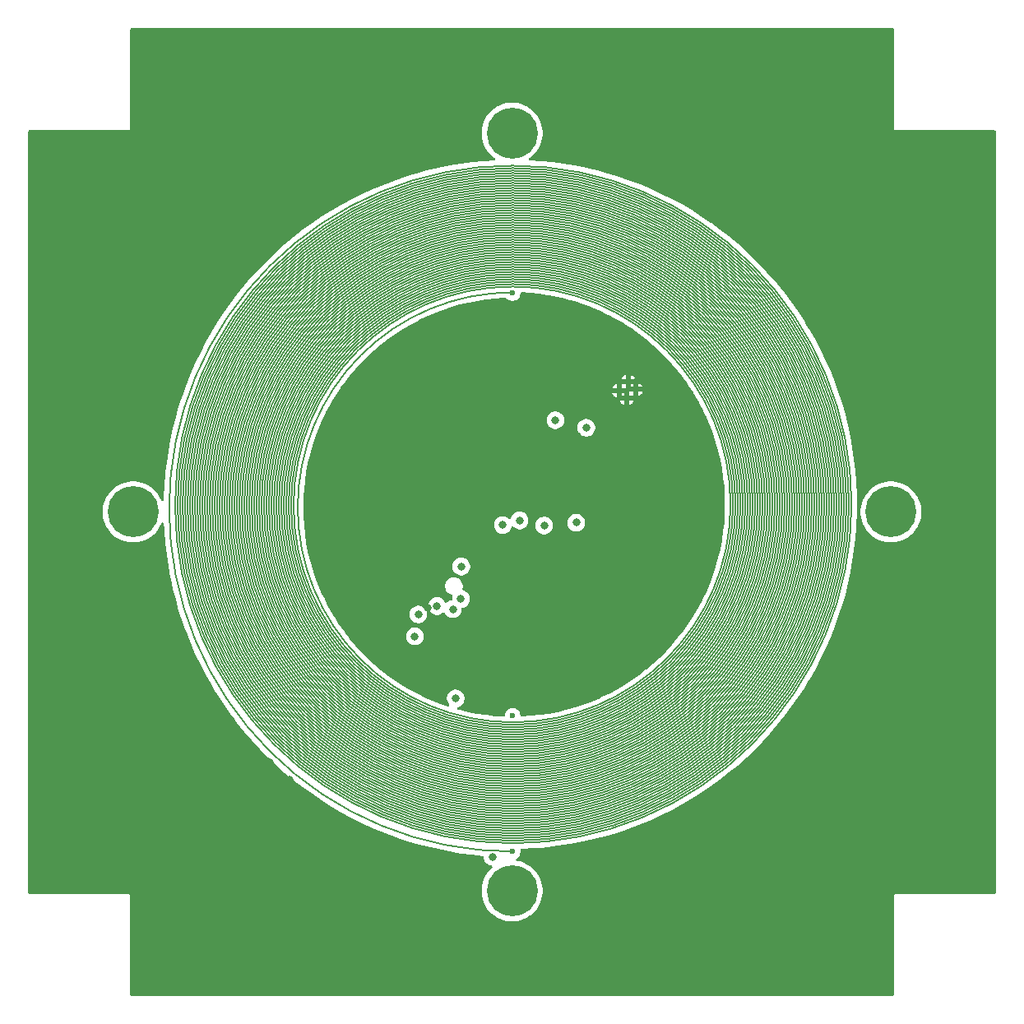
<source format=gbr>
%TF.GenerationSoftware,KiCad,Pcbnew,9.0.0*%
%TF.CreationDate,2025-03-12T19:06:34-07:00*%
%TF.ProjectId,Z_Face_V2,5a5f4661-6365-45f5-9632-2e6b69636164,3.1*%
%TF.SameCoordinates,Original*%
%TF.FileFunction,Copper,L3,Inr*%
%TF.FilePolarity,Positive*%
%FSLAX46Y46*%
G04 Gerber Fmt 4.6, Leading zero omitted, Abs format (unit mm)*
G04 Created by KiCad (PCBNEW 9.0.0) date 2025-03-12 19:06:34*
%MOMM*%
%LPD*%
G01*
G04 APERTURE LIST*
%TA.AperFunction,EtchedComponent*%
%ADD10C,0.127000*%
%TD*%
%TA.AperFunction,ComponentPad*%
%ADD11C,5.250000*%
%TD*%
%TA.AperFunction,ComponentPad*%
%ADD12C,0.600000*%
%TD*%
%TA.AperFunction,HeatsinkPad*%
%ADD13C,0.500000*%
%TD*%
%TA.AperFunction,ViaPad*%
%ADD14C,0.800000*%
%TD*%
G04 APERTURE END LIST*
D10*
%TO.C,REF\u002A\u002A*%
X149564000Y-49352780D02*
G75*
G02*
X149564000Y-119098780I7578J-34873000D01*
G01*
X149564000Y-49606780D02*
G75*
G02*
X149564000Y-118844780I0J-34619000D01*
G01*
X149564000Y-49860780D02*
G75*
G02*
X149564000Y-118590780I0J-34365000D01*
G01*
X149564000Y-50114780D02*
G75*
G02*
X149564000Y-118336780I0J-34111000D01*
G01*
X149564000Y-50368780D02*
G75*
G02*
X149564000Y-118082780I0J-33857000D01*
G01*
X149564000Y-50622780D02*
G75*
G02*
X149564000Y-117828780I0J-33603000D01*
G01*
X149564000Y-50876780D02*
G75*
G02*
X149564000Y-117574780I0J-33349000D01*
G01*
X149564000Y-51130780D02*
G75*
G02*
X149564000Y-117320780I0J-33095000D01*
G01*
X149564000Y-51384780D02*
G75*
G02*
X149564000Y-117066780I0J-32841000D01*
G01*
X149564000Y-51638780D02*
G75*
G02*
X149564000Y-116812780I0J-32587000D01*
G01*
X149564000Y-51892780D02*
G75*
G02*
X149564000Y-116558780I0J-32333000D01*
G01*
X149564000Y-52146780D02*
G75*
G02*
X149564000Y-116304780I0J-32079000D01*
G01*
X149564000Y-52400780D02*
G75*
G02*
X149564000Y-116050780I0J-31825000D01*
G01*
X149564000Y-52654780D02*
G75*
G02*
X149564000Y-115796780I0J-31571000D01*
G01*
X149564000Y-52908780D02*
G75*
G02*
X149564000Y-115542780I0J-31317000D01*
G01*
X149564000Y-53162780D02*
G75*
G02*
X149564000Y-115288780I0J-31063000D01*
G01*
X149564000Y-53416780D02*
G75*
G02*
X149564000Y-115034780I0J-30809000D01*
G01*
X149564000Y-53670780D02*
G75*
G02*
X149564000Y-114780780I0J-30555000D01*
G01*
X149564000Y-53924780D02*
G75*
G02*
X149564000Y-114526780I0J-30301000D01*
G01*
X149564000Y-54178780D02*
G75*
G02*
X149564000Y-114272780I0J-30047000D01*
G01*
X149564000Y-54432780D02*
G75*
G02*
X149564000Y-114018780I0J-29793000D01*
G01*
X149564000Y-54686780D02*
G75*
G02*
X149564000Y-113764780I0J-29539000D01*
G01*
X149564000Y-54940780D02*
G75*
G02*
X149564000Y-113510780I0J-29285000D01*
G01*
X149564000Y-55194780D02*
G75*
G02*
X149564000Y-113256780I0J-29031000D01*
G01*
X149564000Y-55448780D02*
G75*
G02*
X149564000Y-113002780I0J-28777000D01*
G01*
X149564000Y-55702780D02*
G75*
G02*
X149564000Y-112748780I0J-28523000D01*
G01*
X149564000Y-55956780D02*
G75*
G02*
X149564000Y-112494780I0J-28269000D01*
G01*
X149564000Y-56210780D02*
G75*
G02*
X149564000Y-112240780I0J-28015000D01*
G01*
X149564000Y-56464780D02*
G75*
G02*
X149564000Y-111986780I0J-27761000D01*
G01*
X149564000Y-56718780D02*
G75*
G02*
X149564000Y-111732780I0J-27507000D01*
G01*
X149564000Y-56972780D02*
G75*
G02*
X149564000Y-111478780I0J-27253000D01*
G01*
X149564000Y-57226780D02*
G75*
G02*
X149564000Y-111224780I0J-26999000D01*
G01*
X149564000Y-57480780D02*
G75*
G02*
X149564000Y-110970780I0J-26745000D01*
G01*
X149564000Y-57734780D02*
G75*
G02*
X149564000Y-110716780I0J-26491000D01*
G01*
X149564000Y-57988780D02*
G75*
G02*
X149564000Y-110462780I0J-26237000D01*
G01*
X149564000Y-58242780D02*
G75*
G02*
X149564000Y-110208780I0J-25983000D01*
G01*
X149564000Y-58496780D02*
G75*
G02*
X149564000Y-109954780I0J-25729000D01*
G01*
X149564000Y-58750780D02*
G75*
G02*
X149564000Y-109700780I0J-25475000D01*
G01*
X149564000Y-59004780D02*
G75*
G02*
X149564000Y-109446780I0J-25221000D01*
G01*
X149564000Y-59258780D02*
G75*
G02*
X149564000Y-109192780I0J-24967000D01*
G01*
X149564000Y-59512780D02*
G75*
G02*
X149564000Y-108938780I0J-24713000D01*
G01*
X149564000Y-59766780D02*
G75*
G02*
X149564000Y-108684780I0J-24459000D01*
G01*
X149564000Y-60020780D02*
G75*
G02*
X149564000Y-108430780I0J-24205000D01*
G01*
X149564000Y-60274780D02*
G75*
G02*
X149564000Y-108176780I0J-23951000D01*
G01*
X149564000Y-60528780D02*
G75*
G02*
X149564000Y-107922780I0J-23697000D01*
G01*
X149564000Y-60782780D02*
G75*
G02*
X149564000Y-107668780I0J-23443000D01*
G01*
X149564000Y-61036780D02*
G75*
G02*
X149564000Y-107414780I0J-23189000D01*
G01*
X149564000Y-61290780D02*
G75*
G02*
X149564000Y-107160780I0J-22935000D01*
G01*
X149564000Y-61544780D02*
G75*
G02*
X149564000Y-106906780I0J-22681000D01*
G01*
X149564000Y-61798780D02*
G75*
G02*
X149564000Y-106652780I0J-22427000D01*
G01*
X149564000Y-106652780D02*
G75*
G02*
X149564000Y-62398780I-2034J22127000D01*
G01*
X149564000Y-106906780D02*
G75*
G02*
X149564000Y-61798780I0J22554000D01*
G01*
X149564000Y-107160780D02*
G75*
G02*
X149564000Y-61544780I0J22808000D01*
G01*
X149564000Y-107414780D02*
G75*
G02*
X149564000Y-61290780I0J23062000D01*
G01*
X149564000Y-107668780D02*
G75*
G02*
X149564000Y-61036780I0J23316000D01*
G01*
X149564000Y-107922780D02*
G75*
G02*
X149564000Y-60782780I0J23570000D01*
G01*
X149564000Y-108176780D02*
G75*
G02*
X149564000Y-60528780I0J23824000D01*
G01*
X149564000Y-108430780D02*
G75*
G02*
X149564000Y-60274780I0J24078000D01*
G01*
X149564000Y-108684780D02*
G75*
G02*
X149564000Y-60020780I0J24332000D01*
G01*
X149564000Y-108938780D02*
G75*
G02*
X149564000Y-59766780I0J24586000D01*
G01*
X149564000Y-109192780D02*
G75*
G02*
X149564000Y-59512780I0J24840000D01*
G01*
X149564000Y-109446780D02*
G75*
G02*
X149564000Y-59258780I0J25094000D01*
G01*
X149564000Y-109700780D02*
G75*
G02*
X149564000Y-59004780I0J25348000D01*
G01*
X149564000Y-109954780D02*
G75*
G02*
X149564000Y-58750780I0J25602000D01*
G01*
X149564000Y-110208780D02*
G75*
G02*
X149564000Y-58496780I0J25856000D01*
G01*
X149564000Y-110462780D02*
G75*
G02*
X149564000Y-58242780I0J26110000D01*
G01*
X149564000Y-110716780D02*
G75*
G02*
X149564000Y-57988780I0J26364000D01*
G01*
X149564000Y-110970780D02*
G75*
G02*
X149564000Y-57734780I0J26618000D01*
G01*
X149564000Y-111224780D02*
G75*
G02*
X149564000Y-57480780I0J26872000D01*
G01*
X149564000Y-111478780D02*
G75*
G02*
X149564000Y-57226780I0J27126000D01*
G01*
X149564000Y-111732780D02*
G75*
G02*
X149564000Y-56972780I0J27380000D01*
G01*
X149564000Y-111986780D02*
G75*
G02*
X149564000Y-56718780I0J27634000D01*
G01*
X149564000Y-112240780D02*
G75*
G02*
X149564000Y-56464780I0J27888000D01*
G01*
X149564000Y-112494780D02*
G75*
G02*
X149564000Y-56210780I0J28142000D01*
G01*
X149564000Y-112748780D02*
G75*
G02*
X149564000Y-55956780I0J28396000D01*
G01*
X149564000Y-113002780D02*
G75*
G02*
X149564000Y-55702780I0J28650000D01*
G01*
X149564000Y-113256780D02*
G75*
G02*
X149564000Y-55448780I0J28904000D01*
G01*
X149564000Y-113510780D02*
G75*
G02*
X149564000Y-55194780I0J29158000D01*
G01*
X149564000Y-113764780D02*
G75*
G02*
X149564000Y-54940780I0J29412000D01*
G01*
X149564000Y-114018780D02*
G75*
G02*
X149564000Y-54686780I0J29666000D01*
G01*
X149564000Y-114272780D02*
G75*
G02*
X149564000Y-54432780I0J29920000D01*
G01*
X149564000Y-114526780D02*
G75*
G02*
X149564000Y-54178780I0J30174000D01*
G01*
X149564000Y-114780780D02*
G75*
G02*
X149564000Y-53924780I0J30428000D01*
G01*
X149564000Y-115034780D02*
G75*
G02*
X149564000Y-53670780I0J30682000D01*
G01*
X149564000Y-115288780D02*
G75*
G02*
X149564000Y-53416780I0J30936000D01*
G01*
X149564000Y-115542780D02*
G75*
G02*
X149564000Y-53162780I0J31190000D01*
G01*
X149564000Y-115796780D02*
G75*
G02*
X149564000Y-52908780I0J31444000D01*
G01*
X149564000Y-116050780D02*
G75*
G02*
X149564000Y-52654780I0J31698000D01*
G01*
X149564000Y-116304780D02*
G75*
G02*
X149564000Y-52400780I0J31952000D01*
G01*
X149564000Y-116558780D02*
G75*
G02*
X149564000Y-52146780I0J32206000D01*
G01*
X149564000Y-116812780D02*
G75*
G02*
X149564000Y-51892780I0J32460000D01*
G01*
X149564000Y-117066780D02*
G75*
G02*
X149564000Y-51638780I0J32714000D01*
G01*
X149564000Y-117320780D02*
G75*
G02*
X149564000Y-51384780I0J32968000D01*
G01*
X149564000Y-117574780D02*
G75*
G02*
X149564000Y-51130780I0J33222000D01*
G01*
X149564000Y-117828780D02*
G75*
G02*
X149564000Y-50876780I0J33476000D01*
G01*
X149564000Y-118082780D02*
G75*
G02*
X149564000Y-50622780I0J33730000D01*
G01*
X149564000Y-118336780D02*
G75*
G02*
X149564000Y-50368780I0J33984000D01*
G01*
X149564000Y-118590780D02*
G75*
G02*
X149564000Y-50114780I0J34238000D01*
G01*
X149564000Y-118844780D02*
G75*
G02*
X149564000Y-49860780I0J34492000D01*
G01*
X149564000Y-119098780D02*
G75*
G02*
X149564000Y-49606780I0J34746000D01*
G01*
X149564000Y-119952780D02*
G75*
G02*
X149564000Y-49352780I-65215J35300000D01*
G01*
%TD*%
D11*
%TO.N,unconnected-(J4-Pin_1-Pad1)*%
%TO.C,J4*%
X110500000Y-85000000D03*
%TD*%
%TO.N,unconnected-(J5-Pin_1-Pad1)*%
%TO.C,J5*%
X149500000Y-124000000D03*
%TD*%
%TO.N,unconnected-(J6-Pin_1-Pad1)*%
%TO.C,J6*%
X149500000Y-46000000D03*
%TD*%
%TO.N,unconnected-(J7-Pin_1-Pad1)*%
%TO.C,J7*%
X188500000Y-85000000D03*
%TD*%
D12*
%TO.N,*%
%TO.C,REF\u002A\u002A*%
X149564000Y-62462780D03*
X149564000Y-105988780D03*
X149564000Y-119952780D03*
%TD*%
D13*
%TO.N,GND*%
%TO.C,U3*%
X161441422Y-71602944D03*
X160522183Y-72522183D03*
X162219239Y-72380761D03*
X161300000Y-73300000D03*
%TD*%
D14*
%TO.N,GND*%
X171630000Y-123540000D03*
X159200000Y-72600000D03*
X156400000Y-87900000D03*
X188500000Y-107500000D03*
X108700000Y-77900000D03*
X191700000Y-114800000D03*
X148000000Y-79700000D03*
X162420000Y-71460000D03*
X164540000Y-46420000D03*
X164500000Y-69100000D03*
X139200000Y-66200000D03*
X111400000Y-75200000D03*
X166300000Y-71100000D03*
X156260000Y-77181974D03*
X161400000Y-74700000D03*
X160900000Y-101600000D03*
X194000000Y-72600000D03*
X135200000Y-122700000D03*
X142000000Y-81700000D03*
X184500000Y-73700000D03*
X189800000Y-68600000D03*
X168900000Y-76500000D03*
X160200000Y-73600000D03*
X146500000Y-86500000D03*
X126600000Y-112600000D03*
X137946283Y-91716283D03*
X114700000Y-120600000D03*
X151200000Y-92000000D03*
X150800000Y-82300000D03*
X111040000Y-62950000D03*
X145800000Y-77800000D03*
X166800000Y-74500000D03*
X175000000Y-111000000D03*
X137900000Y-101300000D03*
X137900000Y-98900000D03*
X189000000Y-114900000D03*
X162122280Y-69077720D03*
X116700000Y-122800000D03*
X140802156Y-94889337D03*
X143900000Y-83700000D03*
X126300000Y-46300000D03*
X137700000Y-121700000D03*
X119890000Y-126760000D03*
X166300000Y-52200000D03*
X184500000Y-70900000D03*
X124600000Y-110800000D03*
X161000000Y-66300000D03*
X154100000Y-85600000D03*
X163200000Y-99500000D03*
X131400000Y-53100000D03*
X149700000Y-89700000D03*
X172300000Y-113300000D03*
%TO.N,+3V3*%
X139854705Y-95552837D03*
X152800000Y-86400000D03*
X143400000Y-95000000D03*
%TO.N,VSOLAR*%
X156100000Y-86100000D03*
%TO.N,SDA*%
X144270000Y-90620000D03*
X153961802Y-75551802D03*
X144245000Y-93955000D03*
X148545000Y-86345000D03*
X157140000Y-76330000D03*
%TO.N,SCL*%
X150276396Y-85876396D03*
%TO.N,Net-(U2-OUT+)*%
X141780000Y-94680000D03*
X147500000Y-120500000D03*
X143700000Y-104200000D03*
X139500000Y-97800000D03*
%TD*%
%TA.AperFunction,Conductor*%
%TO.N,GND*%
G36*
X151414782Y-62449343D02*
G01*
X151420089Y-62449796D01*
X152337341Y-62547515D01*
X152342577Y-62548185D01*
X153161224Y-62670730D01*
X153254867Y-62684748D01*
X153260139Y-62685652D01*
X153327145Y-62698611D01*
X154165784Y-62860805D01*
X154170984Y-62861925D01*
X155068399Y-63075361D01*
X155073546Y-63076702D01*
X155961076Y-63328029D01*
X155966155Y-63329584D01*
X156842244Y-63618360D01*
X156847265Y-63620134D01*
X157631187Y-63915974D01*
X157710269Y-63945818D01*
X157715226Y-63947809D01*
X158563684Y-64309849D01*
X158568504Y-64312028D01*
X159400807Y-64709740D01*
X159405547Y-64712130D01*
X160220237Y-65144816D01*
X160224844Y-65147389D01*
X161020459Y-65614275D01*
X161024965Y-65617050D01*
X161800003Y-66117252D01*
X161804414Y-66120233D01*
X162557535Y-66652886D01*
X162561805Y-66656043D01*
X163291637Y-67220177D01*
X163295791Y-67223532D01*
X164001005Y-67818116D01*
X164005016Y-67821647D01*
X164625446Y-68391513D01*
X164684360Y-68445626D01*
X164688221Y-68449327D01*
X165340452Y-69101558D01*
X165344153Y-69105419D01*
X165968129Y-69784759D01*
X165971663Y-69788774D01*
X166566241Y-70493980D01*
X166569600Y-70498140D01*
X166968473Y-71014171D01*
X167133724Y-71227959D01*
X167136898Y-71232252D01*
X167469801Y-71702944D01*
X167669539Y-71985355D01*
X167672534Y-71989787D01*
X168139741Y-72713700D01*
X168172714Y-72764789D01*
X168175512Y-72769333D01*
X168587984Y-73472223D01*
X168642372Y-73564904D01*
X168644971Y-73569558D01*
X168937243Y-74119865D01*
X169077640Y-74384214D01*
X169080048Y-74388990D01*
X169350562Y-74955104D01*
X169477738Y-75221248D01*
X169479939Y-75226116D01*
X169505834Y-75286802D01*
X169841967Y-76074547D01*
X169843961Y-76079510D01*
X170169643Y-76942510D01*
X170171425Y-76947553D01*
X170460187Y-77823599D01*
X170461753Y-77828714D01*
X170713073Y-78716219D01*
X170714421Y-78721395D01*
X170927850Y-79618780D01*
X170928977Y-79624009D01*
X171104127Y-80529640D01*
X171105031Y-80534912D01*
X171241589Y-81447168D01*
X171242268Y-81452473D01*
X171339982Y-82369678D01*
X171340436Y-82375008D01*
X171399137Y-83295558D01*
X171399364Y-83300902D01*
X171418943Y-84223106D01*
X171418943Y-84228454D01*
X171399364Y-85150657D01*
X171399137Y-85156001D01*
X171340436Y-86076551D01*
X171339982Y-86081881D01*
X171242268Y-86999086D01*
X171241589Y-87004391D01*
X171105031Y-87916647D01*
X171104127Y-87921919D01*
X170928977Y-88827550D01*
X170927850Y-88832779D01*
X170714421Y-89730164D01*
X170713073Y-89735340D01*
X170461753Y-90622845D01*
X170460187Y-90627960D01*
X170171425Y-91504006D01*
X170169643Y-91509049D01*
X169843961Y-92372049D01*
X169841967Y-92377012D01*
X169479942Y-93225437D01*
X169477738Y-93230311D01*
X169080048Y-94062569D01*
X169077640Y-94067345D01*
X168644980Y-94881986D01*
X168642372Y-94886655D01*
X168175519Y-95682215D01*
X168172714Y-95686770D01*
X167672534Y-96461772D01*
X167669539Y-96466204D01*
X167136904Y-97219300D01*
X167133724Y-97223600D01*
X166569602Y-97953417D01*
X166566241Y-97957579D01*
X165971663Y-98662785D01*
X165968129Y-98666800D01*
X165344153Y-99346140D01*
X165340452Y-99350001D01*
X164688221Y-100002232D01*
X164684360Y-100005933D01*
X164005020Y-100629909D01*
X164001005Y-100633443D01*
X163295799Y-101228021D01*
X163291637Y-101231382D01*
X162561820Y-101795504D01*
X162557520Y-101798684D01*
X161804424Y-102331319D01*
X161799992Y-102334314D01*
X161024990Y-102834494D01*
X161020435Y-102837299D01*
X160224875Y-103304152D01*
X160220206Y-103306760D01*
X159405565Y-103739420D01*
X159400789Y-103741828D01*
X158568531Y-104139518D01*
X158563657Y-104141722D01*
X157715232Y-104503747D01*
X157710269Y-104505741D01*
X156847269Y-104831423D01*
X156842226Y-104833205D01*
X155966180Y-105121967D01*
X155961065Y-105123533D01*
X155073560Y-105374853D01*
X155068384Y-105376201D01*
X154170999Y-105589630D01*
X154165770Y-105590757D01*
X153260139Y-105765907D01*
X153254867Y-105766811D01*
X152342611Y-105903369D01*
X152337306Y-105904048D01*
X151420101Y-106001762D01*
X151414771Y-106002216D01*
X150506518Y-106060133D01*
X150437263Y-106044506D01*
X150387450Y-105993918D01*
X150372500Y-105934388D01*
X150372500Y-105909151D01*
X150372499Y-105909147D01*
X150371485Y-105904048D01*
X150341430Y-105752949D01*
X150280483Y-105605812D01*
X150192003Y-105473391D01*
X150192001Y-105473389D01*
X150191996Y-105473383D01*
X150079396Y-105360783D01*
X150079390Y-105360778D01*
X150079389Y-105360777D01*
X149946968Y-105272297D01*
X149799831Y-105211350D01*
X149721730Y-105195815D01*
X149643632Y-105180280D01*
X149643630Y-105180280D01*
X149484370Y-105180280D01*
X149484367Y-105180280D01*
X149367219Y-105203582D01*
X149328169Y-105211350D01*
X149181032Y-105272297D01*
X149048609Y-105360778D01*
X149048603Y-105360783D01*
X148936003Y-105473383D01*
X148935998Y-105473389D01*
X148847517Y-105605812D01*
X148786571Y-105752947D01*
X148786570Y-105752950D01*
X148755500Y-105909147D01*
X148755500Y-105933938D01*
X148735498Y-106002059D01*
X148681842Y-106048552D01*
X148621493Y-106059683D01*
X147738516Y-106003456D01*
X147733186Y-106003003D01*
X146828563Y-105906708D01*
X146823257Y-105906029D01*
X145923553Y-105771426D01*
X145918281Y-105770523D01*
X145025065Y-105597848D01*
X145019836Y-105596721D01*
X144134801Y-105386302D01*
X144129624Y-105384955D01*
X143919591Y-105325496D01*
X143859494Y-105287695D01*
X143829375Y-105223404D01*
X143838795Y-105153035D01*
X143884764Y-105098929D01*
X143929328Y-105080682D01*
X143965000Y-105073587D01*
X144130336Y-105005102D01*
X144279135Y-104905678D01*
X144405678Y-104779135D01*
X144505102Y-104630336D01*
X144573587Y-104465000D01*
X144608500Y-104289479D01*
X144608500Y-104110521D01*
X144573587Y-103935000D01*
X144505102Y-103769664D01*
X144405678Y-103620865D01*
X144279135Y-103494322D01*
X144130336Y-103394898D01*
X144004805Y-103342901D01*
X143965003Y-103326414D01*
X143965001Y-103326413D01*
X143965000Y-103326413D01*
X143866197Y-103306760D01*
X143789481Y-103291500D01*
X143789479Y-103291500D01*
X143610521Y-103291500D01*
X143610518Y-103291500D01*
X143479771Y-103317507D01*
X143435000Y-103326413D01*
X143434999Y-103326413D01*
X143434996Y-103326414D01*
X143269662Y-103394899D01*
X143120869Y-103494319D01*
X143120862Y-103494324D01*
X142994324Y-103620862D01*
X142994319Y-103620869D01*
X142914268Y-103740675D01*
X142894898Y-103769664D01*
X142883821Y-103796407D01*
X142826414Y-103934996D01*
X142791500Y-104110518D01*
X142791500Y-104110521D01*
X142791500Y-104289479D01*
X142826413Y-104465000D01*
X142894898Y-104630336D01*
X142994322Y-104779135D01*
X142994324Y-104779137D01*
X143026163Y-104810976D01*
X143060189Y-104873288D01*
X143055124Y-104944103D01*
X143012577Y-105000939D01*
X142946057Y-105025750D01*
X142897632Y-105019741D01*
X142385130Y-104850852D01*
X142380087Y-104849070D01*
X141528946Y-104527932D01*
X141523982Y-104525938D01*
X140687210Y-104168951D01*
X140682336Y-104166748D01*
X139861485Y-103774576D01*
X139856708Y-103772168D01*
X139053242Y-103345509D01*
X139048572Y-103342901D01*
X138263913Y-102882509D01*
X138259358Y-102879704D01*
X137494982Y-102386445D01*
X137490550Y-102383450D01*
X136747790Y-101858188D01*
X136743489Y-101855008D01*
X136670613Y-101798684D01*
X136023663Y-101298670D01*
X136019504Y-101295312D01*
X135788024Y-101100165D01*
X135323964Y-100708944D01*
X135319975Y-100705433D01*
X134649932Y-100090056D01*
X134646070Y-100086355D01*
X134002766Y-99443111D01*
X133999064Y-99439249D01*
X133917082Y-99350001D01*
X133383639Y-98769276D01*
X133380105Y-98765261D01*
X132793673Y-98069774D01*
X132790312Y-98065612D01*
X132570603Y-97781392D01*
X132515816Y-97710518D01*
X138591500Y-97710518D01*
X138591500Y-97889481D01*
X138626414Y-98065003D01*
X138628390Y-98069774D01*
X138694898Y-98230336D01*
X138794322Y-98379135D01*
X138920865Y-98505678D01*
X139069664Y-98605102D01*
X139235000Y-98673587D01*
X139410521Y-98708500D01*
X139410522Y-98708500D01*
X139589478Y-98708500D01*
X139589479Y-98708500D01*
X139765000Y-98673587D01*
X139930336Y-98605102D01*
X140079135Y-98505678D01*
X140205678Y-98379135D01*
X140305102Y-98230336D01*
X140373587Y-98065000D01*
X140408500Y-97889479D01*
X140408500Y-97710521D01*
X140373587Y-97535000D01*
X140305102Y-97369664D01*
X140205678Y-97220865D01*
X140079135Y-97094322D01*
X139930336Y-96994898D01*
X139813429Y-96946473D01*
X139765003Y-96926414D01*
X139765001Y-96926413D01*
X139765000Y-96926413D01*
X139676645Y-96908838D01*
X139589481Y-96891500D01*
X139589479Y-96891500D01*
X139410521Y-96891500D01*
X139410518Y-96891500D01*
X139279771Y-96917507D01*
X139235000Y-96926413D01*
X139234999Y-96926413D01*
X139234996Y-96926414D01*
X139069662Y-96994899D01*
X138920869Y-97094319D01*
X138920862Y-97094324D01*
X138794324Y-97220862D01*
X138794319Y-97220869D01*
X138694899Y-97369662D01*
X138626414Y-97534996D01*
X138591500Y-97710518D01*
X132515816Y-97710518D01*
X132233922Y-97345855D01*
X132230742Y-97341554D01*
X131705408Y-96598838D01*
X131702412Y-96594407D01*
X131616804Y-96461772D01*
X131209071Y-95830056D01*
X131206271Y-95825510D01*
X131194294Y-95805102D01*
X130993735Y-95463355D01*
X138946205Y-95463355D01*
X138946205Y-95463358D01*
X138946205Y-95642316D01*
X138981118Y-95817837D01*
X139049603Y-95983173D01*
X139149027Y-96131972D01*
X139275570Y-96258515D01*
X139424369Y-96357939D01*
X139589705Y-96426424D01*
X139765226Y-96461337D01*
X139765227Y-96461337D01*
X139944183Y-96461337D01*
X139944184Y-96461337D01*
X140119705Y-96426424D01*
X140285041Y-96357939D01*
X140433840Y-96258515D01*
X140560383Y-96131972D01*
X140659807Y-95983173D01*
X140728292Y-95817837D01*
X140763205Y-95642316D01*
X140763205Y-95463358D01*
X140728292Y-95287837D01*
X140659807Y-95122501D01*
X140560383Y-94973702D01*
X140433840Y-94847159D01*
X140285041Y-94747735D01*
X140171130Y-94700551D01*
X140119708Y-94679251D01*
X140119706Y-94679250D01*
X140119705Y-94679250D01*
X140026347Y-94660680D01*
X139944186Y-94644337D01*
X139944184Y-94644337D01*
X139765226Y-94644337D01*
X139765223Y-94644337D01*
X139634476Y-94670344D01*
X139589705Y-94679250D01*
X139589704Y-94679250D01*
X139589701Y-94679251D01*
X139424367Y-94747736D01*
X139275574Y-94847156D01*
X139275567Y-94847161D01*
X139149029Y-94973699D01*
X139149024Y-94973706D01*
X139049604Y-95122499D01*
X138981119Y-95287833D01*
X138946205Y-95463355D01*
X130993735Y-95463355D01*
X130745818Y-95040911D01*
X130743209Y-95036241D01*
X130506467Y-94590518D01*
X140871500Y-94590518D01*
X140871500Y-94769481D01*
X140906414Y-94945003D01*
X140926473Y-94993429D01*
X140974898Y-95110336D01*
X141074322Y-95259135D01*
X141200865Y-95385678D01*
X141349664Y-95485102D01*
X141515000Y-95553587D01*
X141690521Y-95588500D01*
X141690522Y-95588500D01*
X141869478Y-95588500D01*
X141869479Y-95588500D01*
X142045000Y-95553587D01*
X142210336Y-95485102D01*
X142359135Y-95385678D01*
X142379424Y-95365389D01*
X142441736Y-95331363D01*
X142512551Y-95336428D01*
X142569387Y-95378975D01*
X142584927Y-95406264D01*
X142594898Y-95430336D01*
X142694322Y-95579135D01*
X142820865Y-95705678D01*
X142969664Y-95805102D01*
X143135000Y-95873587D01*
X143310521Y-95908500D01*
X143310522Y-95908500D01*
X143489478Y-95908500D01*
X143489479Y-95908500D01*
X143665000Y-95873587D01*
X143830336Y-95805102D01*
X143979135Y-95705678D01*
X144105678Y-95579135D01*
X144205102Y-95430336D01*
X144273587Y-95265000D01*
X144308500Y-95089479D01*
X144308500Y-94972073D01*
X144328502Y-94903952D01*
X144382158Y-94857459D01*
X144409917Y-94848494D01*
X144510000Y-94828587D01*
X144675336Y-94760102D01*
X144824135Y-94660678D01*
X144950678Y-94534135D01*
X145050102Y-94385336D01*
X145118587Y-94220000D01*
X145153500Y-94044479D01*
X145153500Y-93865521D01*
X145118587Y-93690000D01*
X145050102Y-93524664D01*
X144950678Y-93375865D01*
X144824135Y-93249322D01*
X144675336Y-93149898D01*
X144558429Y-93101473D01*
X144510003Y-93081414D01*
X144510001Y-93081413D01*
X144510000Y-93081413D01*
X144478102Y-93075068D01*
X144415195Y-93042161D01*
X144380063Y-92980466D01*
X144383706Y-92912484D01*
X144383184Y-92912326D01*
X144383829Y-92910197D01*
X144383863Y-92909571D01*
X144384613Y-92907613D01*
X144384979Y-92906405D01*
X144384983Y-92906396D01*
X144419896Y-92730875D01*
X144419896Y-92551917D01*
X144384983Y-92376396D01*
X144316498Y-92211060D01*
X144217074Y-92062261D01*
X144090531Y-91935718D01*
X143941732Y-91836294D01*
X143824825Y-91787869D01*
X143776399Y-91767810D01*
X143776397Y-91767809D01*
X143776396Y-91767809D01*
X143688041Y-91750234D01*
X143600877Y-91732896D01*
X143600875Y-91732896D01*
X143421917Y-91732896D01*
X143421914Y-91732896D01*
X143291167Y-91758903D01*
X143246396Y-91767809D01*
X143246395Y-91767809D01*
X143246392Y-91767810D01*
X143081058Y-91836295D01*
X142932265Y-91935715D01*
X142932258Y-91935720D01*
X142805720Y-92062258D01*
X142805715Y-92062265D01*
X142706295Y-92211058D01*
X142637810Y-92376392D01*
X142637809Y-92376395D01*
X142637809Y-92376396D01*
X142628903Y-92421167D01*
X142602896Y-92551914D01*
X142602896Y-92551917D01*
X142602896Y-92730875D01*
X142637809Y-92906396D01*
X142706294Y-93071732D01*
X142805718Y-93220531D01*
X142932261Y-93347074D01*
X143081060Y-93446498D01*
X143246396Y-93514983D01*
X143278290Y-93521327D01*
X143341198Y-93554232D01*
X143376331Y-93615926D01*
X143372688Y-93683911D01*
X143373212Y-93684070D01*
X143372566Y-93686198D01*
X143372533Y-93686821D01*
X143371787Y-93688767D01*
X143371413Y-93689999D01*
X143336500Y-93865518D01*
X143336500Y-93982926D01*
X143316498Y-94051047D01*
X143262842Y-94097540D01*
X143235083Y-94106505D01*
X143167585Y-94119931D01*
X143135000Y-94126413D01*
X143134999Y-94126413D01*
X143134996Y-94126414D01*
X142969662Y-94194899D01*
X142820869Y-94294319D01*
X142820866Y-94294321D01*
X142800575Y-94314612D01*
X142738262Y-94348636D01*
X142667446Y-94343570D01*
X142610611Y-94301022D01*
X142595073Y-94273734D01*
X142585104Y-94249669D01*
X142585102Y-94249664D01*
X142548509Y-94194899D01*
X142485678Y-94100865D01*
X142359135Y-93974322D01*
X142210336Y-93874898D01*
X142093429Y-93826473D01*
X142045003Y-93806414D01*
X142045001Y-93806413D01*
X142045000Y-93806413D01*
X141956645Y-93788838D01*
X141869481Y-93771500D01*
X141869479Y-93771500D01*
X141690521Y-93771500D01*
X141690518Y-93771500D01*
X141559771Y-93797507D01*
X141515000Y-93806413D01*
X141514999Y-93806413D01*
X141514996Y-93806414D01*
X141383902Y-93860716D01*
X141372300Y-93865522D01*
X141349662Y-93874899D01*
X141200869Y-93974319D01*
X141200862Y-93974324D01*
X141074324Y-94100862D01*
X141074319Y-94100869D01*
X140974899Y-94249662D01*
X140906414Y-94414996D01*
X140906413Y-94414999D01*
X140906413Y-94415000D01*
X140897507Y-94459771D01*
X140871500Y-94590518D01*
X130506467Y-94590518D01*
X130316471Y-94232806D01*
X130314063Y-94228030D01*
X130192822Y-93974322D01*
X129921805Y-93407195D01*
X129919607Y-93402331D01*
X129811886Y-93149898D01*
X129562544Y-92565593D01*
X129560557Y-92560648D01*
X129557262Y-92551918D01*
X129239333Y-91709513D01*
X129237552Y-91704472D01*
X128952730Y-90840433D01*
X128951181Y-90835375D01*
X128864848Y-90530518D01*
X143361500Y-90530518D01*
X143361500Y-90530521D01*
X143361500Y-90709479D01*
X143396413Y-90885000D01*
X143464898Y-91050336D01*
X143564322Y-91199135D01*
X143690865Y-91325678D01*
X143839664Y-91425102D01*
X144005000Y-91493587D01*
X144180521Y-91528500D01*
X144180522Y-91528500D01*
X144359478Y-91528500D01*
X144359479Y-91528500D01*
X144535000Y-91493587D01*
X144700336Y-91425102D01*
X144849135Y-91325678D01*
X144975678Y-91199135D01*
X145075102Y-91050336D01*
X145143587Y-90885000D01*
X145178500Y-90709479D01*
X145178500Y-90530521D01*
X145143587Y-90355000D01*
X145075102Y-90189664D01*
X144975678Y-90040865D01*
X144849135Y-89914322D01*
X144700336Y-89814898D01*
X144583429Y-89766473D01*
X144535003Y-89746414D01*
X144535001Y-89746413D01*
X144535000Y-89746413D01*
X144446645Y-89728838D01*
X144359481Y-89711500D01*
X144359479Y-89711500D01*
X144180521Y-89711500D01*
X144180518Y-89711500D01*
X144060668Y-89735340D01*
X144005000Y-89746413D01*
X144004999Y-89746413D01*
X144004996Y-89746414D01*
X143839662Y-89814899D01*
X143690869Y-89914319D01*
X143690862Y-89914324D01*
X143564324Y-90040862D01*
X143564319Y-90040869D01*
X143464899Y-90189662D01*
X143396414Y-90354996D01*
X143361500Y-90530518D01*
X128864848Y-90530518D01*
X128703297Y-89960054D01*
X128701949Y-89954878D01*
X128652366Y-89746414D01*
X128491432Y-89069795D01*
X128490322Y-89064646D01*
X128317556Y-88171395D01*
X128316663Y-88166190D01*
X128181968Y-87266429D01*
X128181297Y-87261194D01*
X128084914Y-86356538D01*
X128084461Y-86351215D01*
X128078475Y-86257350D01*
X128078358Y-86255521D01*
X128078358Y-86255518D01*
X147636500Y-86255518D01*
X147636500Y-86255521D01*
X147636500Y-86434479D01*
X147671413Y-86610000D01*
X147739898Y-86775336D01*
X147839322Y-86924135D01*
X147965865Y-87050678D01*
X148114664Y-87150102D01*
X148280000Y-87218587D01*
X148455521Y-87253500D01*
X148455522Y-87253500D01*
X148634478Y-87253500D01*
X148634479Y-87253500D01*
X148810000Y-87218587D01*
X148975336Y-87150102D01*
X149124135Y-87050678D01*
X149250678Y-86924135D01*
X149350102Y-86775336D01*
X149418587Y-86610000D01*
X149423466Y-86585467D01*
X149456372Y-86522558D01*
X149518066Y-86487426D01*
X149588961Y-86491225D01*
X149636140Y-86520953D01*
X149697261Y-86582074D01*
X149846060Y-86681498D01*
X150011396Y-86749983D01*
X150186917Y-86784896D01*
X150186918Y-86784896D01*
X150365874Y-86784896D01*
X150365875Y-86784896D01*
X150541396Y-86749983D01*
X150706732Y-86681498D01*
X150855531Y-86582074D01*
X150982074Y-86455531D01*
X151078968Y-86310518D01*
X151891500Y-86310518D01*
X151891500Y-86489481D01*
X151898080Y-86522558D01*
X151926413Y-86665000D01*
X151994898Y-86830336D01*
X152094322Y-86979135D01*
X152220865Y-87105678D01*
X152369664Y-87205102D01*
X152535000Y-87273587D01*
X152710521Y-87308500D01*
X152710522Y-87308500D01*
X152889478Y-87308500D01*
X152889479Y-87308500D01*
X153065000Y-87273587D01*
X153230336Y-87205102D01*
X153379135Y-87105678D01*
X153505678Y-86979135D01*
X153605102Y-86830336D01*
X153673587Y-86665000D01*
X153708500Y-86489479D01*
X153708500Y-86310521D01*
X153673587Y-86135000D01*
X153659572Y-86101164D01*
X153639435Y-86052549D01*
X153639434Y-86052547D01*
X153622025Y-86010518D01*
X155191500Y-86010518D01*
X155191500Y-86189481D01*
X155193797Y-86201028D01*
X155226413Y-86365000D01*
X155294898Y-86530336D01*
X155394322Y-86679135D01*
X155520865Y-86805678D01*
X155669664Y-86905102D01*
X155835000Y-86973587D01*
X156010521Y-87008500D01*
X156010522Y-87008500D01*
X156189478Y-87008500D01*
X156189479Y-87008500D01*
X156365000Y-86973587D01*
X156530336Y-86905102D01*
X156679135Y-86805678D01*
X156805678Y-86679135D01*
X156905102Y-86530336D01*
X156973587Y-86365000D01*
X157008500Y-86189479D01*
X157008500Y-86010521D01*
X156973587Y-85835000D01*
X156905102Y-85669664D01*
X156805678Y-85520865D01*
X156679135Y-85394322D01*
X156530336Y-85294898D01*
X156413429Y-85246473D01*
X156365003Y-85226414D01*
X156365001Y-85226413D01*
X156365000Y-85226413D01*
X156276645Y-85208838D01*
X156189481Y-85191500D01*
X156189479Y-85191500D01*
X156010521Y-85191500D01*
X156010518Y-85191500D01*
X155879771Y-85217507D01*
X155835000Y-85226413D01*
X155834999Y-85226413D01*
X155834996Y-85226414D01*
X155669662Y-85294899D01*
X155520869Y-85394319D01*
X155520862Y-85394324D01*
X155394324Y-85520862D01*
X155394319Y-85520869D01*
X155315172Y-85639322D01*
X155294898Y-85669664D01*
X155284684Y-85694322D01*
X155226414Y-85834996D01*
X155226413Y-85834999D01*
X155226413Y-85835000D01*
X155217507Y-85879771D01*
X155191500Y-86010518D01*
X153622025Y-86010518D01*
X153605104Y-85969669D01*
X153605102Y-85969664D01*
X153568351Y-85914662D01*
X153505678Y-85820865D01*
X153379135Y-85694322D01*
X153230336Y-85594898D01*
X153097558Y-85539899D01*
X153065003Y-85526414D01*
X153065001Y-85526413D01*
X153065000Y-85526413D01*
X152976645Y-85508838D01*
X152889481Y-85491500D01*
X152889479Y-85491500D01*
X152710521Y-85491500D01*
X152710518Y-85491500D01*
X152579771Y-85517507D01*
X152535000Y-85526413D01*
X152534999Y-85526413D01*
X152534996Y-85526414D01*
X152369662Y-85594899D01*
X152220869Y-85694319D01*
X152220862Y-85694324D01*
X152094324Y-85820862D01*
X152094319Y-85820869D01*
X151994899Y-85969662D01*
X151926414Y-86134996D01*
X151926413Y-86134999D01*
X151926413Y-86135000D01*
X151921668Y-86158856D01*
X151891500Y-86310518D01*
X151078968Y-86310518D01*
X151081498Y-86306732D01*
X151149983Y-86141396D01*
X151184896Y-85965875D01*
X151184896Y-85786917D01*
X151149983Y-85611396D01*
X151081498Y-85446060D01*
X150982074Y-85297261D01*
X150855531Y-85170718D01*
X150706732Y-85071294D01*
X150589825Y-85022869D01*
X150541399Y-85002810D01*
X150541397Y-85002809D01*
X150541396Y-85002809D01*
X150453041Y-84985234D01*
X150365877Y-84967896D01*
X150365875Y-84967896D01*
X150186917Y-84967896D01*
X150186914Y-84967896D01*
X150056167Y-84993903D01*
X150011396Y-85002809D01*
X150011395Y-85002809D01*
X150011392Y-85002810D01*
X149846058Y-85071295D01*
X149697265Y-85170715D01*
X149697258Y-85170720D01*
X149570720Y-85297258D01*
X149570715Y-85297265D01*
X149471295Y-85446058D01*
X149402808Y-85611396D01*
X149397928Y-85635931D01*
X149365020Y-85698840D01*
X149303324Y-85733970D01*
X149232429Y-85730169D01*
X149185255Y-85700442D01*
X149124137Y-85639324D01*
X149124135Y-85639322D01*
X148975336Y-85539898D01*
X148858429Y-85491473D01*
X148810003Y-85471414D01*
X148810001Y-85471413D01*
X148810000Y-85471413D01*
X148721645Y-85453838D01*
X148634481Y-85436500D01*
X148634479Y-85436500D01*
X148455521Y-85436500D01*
X148455518Y-85436500D01*
X148324771Y-85462507D01*
X148280000Y-85471413D01*
X148279999Y-85471413D01*
X148279996Y-85471414D01*
X148114662Y-85539899D01*
X147965869Y-85639319D01*
X147965862Y-85639324D01*
X147839324Y-85765862D01*
X147839319Y-85765869D01*
X147739899Y-85914662D01*
X147671414Y-86079996D01*
X147636500Y-86255518D01*
X128078358Y-86255518D01*
X128026563Y-85443313D01*
X128026337Y-85437979D01*
X128025410Y-85394319D01*
X128007026Y-84528417D01*
X128007026Y-84523142D01*
X128026337Y-83613569D01*
X128026564Y-83608236D01*
X128035688Y-83465172D01*
X128084461Y-82700332D01*
X128084915Y-82695014D01*
X128181298Y-81790359D01*
X128181967Y-81785136D01*
X128316665Y-80885362D01*
X128317554Y-80880172D01*
X128490324Y-79986903D01*
X128491430Y-79981774D01*
X128701949Y-79096678D01*
X128703297Y-79091505D01*
X128802630Y-78740744D01*
X128951185Y-78216170D01*
X128952726Y-78211139D01*
X129237557Y-77347071D01*
X129239334Y-77342044D01*
X129560571Y-76490875D01*
X129562537Y-76485983D01*
X129919619Y-75649201D01*
X129921797Y-75644382D01*
X130008800Y-75462320D01*
X153053302Y-75462320D01*
X153053302Y-75641283D01*
X153070640Y-75728447D01*
X153088215Y-75816802D01*
X153156700Y-75982138D01*
X153256124Y-76130937D01*
X153382667Y-76257480D01*
X153531466Y-76356904D01*
X153696802Y-76425389D01*
X153872323Y-76460302D01*
X153872324Y-76460302D01*
X154051280Y-76460302D01*
X154051281Y-76460302D01*
X154226802Y-76425389D01*
X154392138Y-76356904D01*
X154540937Y-76257480D01*
X154557899Y-76240518D01*
X156231500Y-76240518D01*
X156231500Y-76419481D01*
X156245709Y-76490911D01*
X156266413Y-76595000D01*
X156334898Y-76760336D01*
X156434322Y-76909135D01*
X156560865Y-77035678D01*
X156709664Y-77135102D01*
X156875000Y-77203587D01*
X157050521Y-77238500D01*
X157050522Y-77238500D01*
X157229478Y-77238500D01*
X157229479Y-77238500D01*
X157405000Y-77203587D01*
X157570336Y-77135102D01*
X157719135Y-77035678D01*
X157845678Y-76909135D01*
X157945102Y-76760336D01*
X158013587Y-76595000D01*
X158048500Y-76419479D01*
X158048500Y-76240521D01*
X158013587Y-76065000D01*
X157945102Y-75899664D01*
X157845678Y-75750865D01*
X157719135Y-75624322D01*
X157570336Y-75524898D01*
X157453429Y-75476473D01*
X157405003Y-75456414D01*
X157405001Y-75456413D01*
X157405000Y-75456413D01*
X157316645Y-75438838D01*
X157229481Y-75421500D01*
X157229479Y-75421500D01*
X157050521Y-75421500D01*
X157050518Y-75421500D01*
X156919771Y-75447507D01*
X156875000Y-75456413D01*
X156874999Y-75456413D01*
X156874996Y-75456414D01*
X156709662Y-75524899D01*
X156560869Y-75624319D01*
X156560862Y-75624324D01*
X156434324Y-75750862D01*
X156434319Y-75750869D01*
X156334899Y-75899662D01*
X156266414Y-76064996D01*
X156231500Y-76240518D01*
X154557899Y-76240518D01*
X154667480Y-76130937D01*
X154766904Y-75982138D01*
X154835389Y-75816802D01*
X154870302Y-75641281D01*
X154870302Y-75462323D01*
X154835389Y-75286802D01*
X154766904Y-75121466D01*
X154667480Y-74972667D01*
X154540937Y-74846124D01*
X154392138Y-74746700D01*
X154275231Y-74698275D01*
X154226805Y-74678216D01*
X154226803Y-74678215D01*
X154226802Y-74678215D01*
X154138447Y-74660640D01*
X154051283Y-74643302D01*
X154051281Y-74643302D01*
X153872323Y-74643302D01*
X153872320Y-74643302D01*
X153741573Y-74669309D01*
X153696802Y-74678215D01*
X153696801Y-74678215D01*
X153696798Y-74678216D01*
X153531464Y-74746701D01*
X153382671Y-74846121D01*
X153382664Y-74846126D01*
X153256126Y-74972664D01*
X153256121Y-74972671D01*
X153156701Y-75121464D01*
X153088216Y-75286798D01*
X153053302Y-75462320D01*
X130008800Y-75462320D01*
X130314071Y-74823511D01*
X130316471Y-74818753D01*
X130354742Y-74746700D01*
X130743217Y-74015301D01*
X130745818Y-74010648D01*
X130817343Y-73888772D01*
X131016156Y-73550000D01*
X160583099Y-73550000D01*
X160628269Y-73659047D01*
X160711222Y-73783196D01*
X160711227Y-73783202D01*
X160816797Y-73888772D01*
X160816803Y-73888777D01*
X160940951Y-73971730D01*
X161050000Y-74016899D01*
X161550000Y-74016899D01*
X161659048Y-73971730D01*
X161783196Y-73888777D01*
X161783202Y-73888772D01*
X161888772Y-73783202D01*
X161888777Y-73783196D01*
X161971730Y-73659047D01*
X162016901Y-73550000D01*
X161550000Y-73550000D01*
X161550000Y-74016899D01*
X161050000Y-74016899D01*
X161050000Y-73550000D01*
X160583099Y-73550000D01*
X131016156Y-73550000D01*
X131174545Y-73280109D01*
X161200000Y-73280109D01*
X161200000Y-73319891D01*
X161215224Y-73356645D01*
X161243355Y-73384776D01*
X161280109Y-73400000D01*
X161319891Y-73400000D01*
X161356645Y-73384776D01*
X161384776Y-73356645D01*
X161400000Y-73319891D01*
X161400000Y-73280109D01*
X161384776Y-73243355D01*
X161356645Y-73215224D01*
X161319891Y-73200000D01*
X161280109Y-73200000D01*
X161243355Y-73215224D01*
X161215224Y-73243355D01*
X161200000Y-73280109D01*
X131174545Y-73280109D01*
X131206289Y-73226019D01*
X131209057Y-73221523D01*
X131499079Y-72772183D01*
X159805282Y-72772183D01*
X159850452Y-72881230D01*
X159933405Y-73005379D01*
X159933410Y-73005385D01*
X160038980Y-73110955D01*
X160038986Y-73110960D01*
X160163134Y-73193913D01*
X160272183Y-73239082D01*
X160272183Y-73097660D01*
X162469239Y-73097660D01*
X162578287Y-73052491D01*
X162702435Y-72969538D01*
X162702441Y-72969533D01*
X162808011Y-72863963D01*
X162808016Y-72863957D01*
X162890969Y-72739808D01*
X162936140Y-72630761D01*
X162469239Y-72630761D01*
X162469239Y-73097660D01*
X160272183Y-73097660D01*
X160272183Y-73050000D01*
X160772183Y-73050000D01*
X161050000Y-73050000D01*
X161550000Y-73050000D01*
X161969239Y-73050000D01*
X161969239Y-72630761D01*
X161550000Y-72630761D01*
X161550000Y-73050000D01*
X161050000Y-73050000D01*
X161050000Y-72772183D01*
X160772183Y-72772183D01*
X160772183Y-73050000D01*
X160272183Y-73050000D01*
X160272183Y-72772183D01*
X159805282Y-72772183D01*
X131499079Y-72772183D01*
X131673277Y-72502292D01*
X160422183Y-72502292D01*
X160422183Y-72542074D01*
X160437407Y-72578828D01*
X160465538Y-72606959D01*
X160502292Y-72622183D01*
X160542074Y-72622183D01*
X160578828Y-72606959D01*
X160606959Y-72578828D01*
X160622183Y-72542074D01*
X160622183Y-72502292D01*
X160606959Y-72465538D01*
X160578828Y-72437407D01*
X160542074Y-72422183D01*
X160502292Y-72422183D01*
X160465538Y-72437407D01*
X160437407Y-72465538D01*
X160422183Y-72502292D01*
X131673277Y-72502292D01*
X131702435Y-72457117D01*
X131705408Y-72452721D01*
X131770375Y-72360870D01*
X162119239Y-72360870D01*
X162119239Y-72400652D01*
X162134463Y-72437406D01*
X162162594Y-72465537D01*
X162199348Y-72480761D01*
X162239130Y-72480761D01*
X162275884Y-72465537D01*
X162304015Y-72437406D01*
X162319239Y-72400652D01*
X162319239Y-72360870D01*
X162304015Y-72324116D01*
X162275884Y-72295985D01*
X162239130Y-72280761D01*
X162199348Y-72280761D01*
X162162594Y-72295985D01*
X162134463Y-72324116D01*
X162119239Y-72360870D01*
X131770375Y-72360870D01*
X131833105Y-72272183D01*
X159805282Y-72272183D01*
X160272183Y-72272183D01*
X160772183Y-72272183D01*
X161191422Y-72272183D01*
X161191422Y-72130761D01*
X161691422Y-72130761D01*
X161969239Y-72130761D01*
X162469239Y-72130761D01*
X162936139Y-72130761D01*
X162890969Y-72021713D01*
X162808016Y-71897564D01*
X162808011Y-71897558D01*
X162702441Y-71791988D01*
X162702435Y-71791983D01*
X162578286Y-71709030D01*
X162469239Y-71663860D01*
X162469239Y-72130761D01*
X161969239Y-72130761D01*
X161969239Y-71852944D01*
X161691422Y-71852944D01*
X161691422Y-72130761D01*
X161191422Y-72130761D01*
X161191422Y-71852944D01*
X160772183Y-71852944D01*
X160772183Y-72272183D01*
X160272183Y-72272183D01*
X160272183Y-71805282D01*
X160163135Y-71850452D01*
X160038986Y-71933405D01*
X160038980Y-71933410D01*
X159933410Y-72038980D01*
X159933405Y-72038986D01*
X159850452Y-72163135D01*
X159805282Y-72272183D01*
X131833105Y-72272183D01*
X131874665Y-72213426D01*
X132230742Y-71710005D01*
X132233922Y-71705704D01*
X132247824Y-71687720D01*
X132328734Y-71583053D01*
X161341422Y-71583053D01*
X161341422Y-71622835D01*
X161356646Y-71659589D01*
X161384777Y-71687720D01*
X161421531Y-71702944D01*
X161461313Y-71702944D01*
X161498067Y-71687720D01*
X161526198Y-71659589D01*
X161541422Y-71622835D01*
X161541422Y-71583053D01*
X161526198Y-71546299D01*
X161498067Y-71518168D01*
X161461313Y-71502944D01*
X161421531Y-71502944D01*
X161384777Y-71518168D01*
X161356646Y-71546299D01*
X161341422Y-71583053D01*
X132328734Y-71583053D01*
X132506614Y-71352944D01*
X160724521Y-71352944D01*
X161191422Y-71352944D01*
X161691422Y-71352944D01*
X162158322Y-71352944D01*
X162113152Y-71243896D01*
X162030199Y-71119747D01*
X162030194Y-71119741D01*
X161924624Y-71014171D01*
X161924618Y-71014166D01*
X161800469Y-70931213D01*
X161691422Y-70886043D01*
X161691422Y-71352944D01*
X161191422Y-71352944D01*
X161191422Y-70886043D01*
X161082374Y-70931213D01*
X160958225Y-71014166D01*
X160958219Y-71014171D01*
X160852649Y-71119741D01*
X160852644Y-71119747D01*
X160769691Y-71243896D01*
X160724521Y-71352944D01*
X132506614Y-71352944D01*
X132790331Y-70985923D01*
X132793653Y-70981809D01*
X133380117Y-70286284D01*
X133383626Y-70282296D01*
X133999091Y-69612281D01*
X134002738Y-69608476D01*
X134646089Y-68965185D01*
X134649911Y-68961522D01*
X135320001Y-68346102D01*
X135323937Y-68342638D01*
X136019535Y-67756221D01*
X136023634Y-67752911D01*
X136743525Y-67196523D01*
X136747753Y-67193397D01*
X137490551Y-66668107D01*
X137494982Y-66665114D01*
X137513948Y-66652875D01*
X138259393Y-66171833D01*
X138263878Y-66169071D01*
X139048589Y-65708647D01*
X139053224Y-65706059D01*
X139856735Y-65279377D01*
X139861457Y-65276996D01*
X140682344Y-64884806D01*
X140687210Y-64882608D01*
X141086787Y-64712139D01*
X141523996Y-64525615D01*
X141528931Y-64523632D01*
X142380099Y-64202484D01*
X142385119Y-64200710D01*
X143249182Y-63915969D01*
X143254268Y-63914412D01*
X144129636Y-63666600D01*
X144134788Y-63665260D01*
X145019857Y-63454833D01*
X145025043Y-63453715D01*
X145918304Y-63281031D01*
X145923530Y-63280136D01*
X146823296Y-63145524D01*
X146828523Y-63144856D01*
X147733219Y-63048553D01*
X147738482Y-63048105D01*
X148646425Y-62990288D01*
X148651702Y-62990064D01*
X148888015Y-62985068D01*
X148956542Y-63003626D01*
X148979772Y-63021945D01*
X149048603Y-63090776D01*
X149048609Y-63090781D01*
X149048611Y-63090783D01*
X149181032Y-63179263D01*
X149328169Y-63240210D01*
X149484370Y-63271280D01*
X149484371Y-63271280D01*
X149643629Y-63271280D01*
X149643630Y-63271280D01*
X149799831Y-63240210D01*
X149946968Y-63179263D01*
X150079389Y-63090783D01*
X150192003Y-62978169D01*
X150280483Y-62845748D01*
X150341430Y-62698611D01*
X150372500Y-62542410D01*
X150372500Y-62517171D01*
X150392502Y-62449050D01*
X150446158Y-62402557D01*
X150506516Y-62391426D01*
X151414782Y-62449343D01*
G37*
%TD.AperFunction*%
%TA.AperFunction,Conductor*%
G36*
X188741621Y-35220502D02*
G01*
X188788114Y-35274158D01*
X188799500Y-35326500D01*
X188799500Y-45539882D01*
X188830023Y-45613573D01*
X188830026Y-45613577D01*
X188886422Y-45669973D01*
X188886426Y-45669976D01*
X188960118Y-45700500D01*
X189039882Y-45700500D01*
X199173500Y-45700500D01*
X199241621Y-45720502D01*
X199288114Y-45774158D01*
X199299500Y-45826500D01*
X199299500Y-124173500D01*
X199279498Y-124241621D01*
X199225842Y-124288114D01*
X199173500Y-124299500D01*
X188960118Y-124299500D01*
X188886426Y-124330023D01*
X188886422Y-124330026D01*
X188830026Y-124386422D01*
X188830023Y-124386426D01*
X188799500Y-124460117D01*
X188799500Y-134673500D01*
X188779498Y-134741621D01*
X188725842Y-134788114D01*
X188673500Y-134799500D01*
X110326500Y-134799500D01*
X110258379Y-134779498D01*
X110211886Y-134725842D01*
X110200500Y-134673500D01*
X110200500Y-124460117D01*
X110169976Y-124386426D01*
X110169973Y-124386422D01*
X110113577Y-124330026D01*
X110113573Y-124330023D01*
X110039882Y-124299500D01*
X99826500Y-124299500D01*
X99758379Y-124279498D01*
X99711886Y-124225842D01*
X99700500Y-124173500D01*
X99700500Y-84824024D01*
X107366500Y-84824024D01*
X107366500Y-85175975D01*
X107405906Y-85525711D01*
X107484223Y-85868837D01*
X107600455Y-86201010D01*
X107600466Y-86201037D01*
X107753163Y-86518116D01*
X107753168Y-86518125D01*
X107940414Y-86816124D01*
X108159844Y-87091283D01*
X108408716Y-87340155D01*
X108683875Y-87559585D01*
X108966897Y-87737420D01*
X108981879Y-87746834D01*
X109298972Y-87899538D01*
X109298988Y-87899543D01*
X109298989Y-87899544D01*
X109631162Y-88015776D01*
X109631165Y-88015776D01*
X109631169Y-88015778D01*
X109974292Y-88094094D01*
X110222284Y-88122036D01*
X110324024Y-88133500D01*
X110324026Y-88133500D01*
X110675976Y-88133500D01*
X110764795Y-88123492D01*
X111025708Y-88094094D01*
X111368831Y-88015778D01*
X111701028Y-87899538D01*
X112018121Y-87746834D01*
X112316123Y-87559586D01*
X112371155Y-87515699D01*
X112591283Y-87340155D01*
X112840155Y-87091283D01*
X113048251Y-86830337D01*
X113059586Y-86816123D01*
X113246834Y-86518121D01*
X113399538Y-86201028D01*
X113414295Y-86158854D01*
X113455671Y-86101164D01*
X113521671Y-86075000D01*
X113591339Y-86088672D01*
X113642556Y-86137838D01*
X113659069Y-86194214D01*
X113686693Y-86749983D01*
X113700446Y-87026694D01*
X113788997Y-88094094D01*
X113798647Y-88210408D01*
X113935976Y-89390207D01*
X114112282Y-90564801D01*
X114322604Y-91707011D01*
X114327380Y-91732948D01*
X114371703Y-91935715D01*
X114581029Y-92893345D01*
X114872939Y-94044660D01*
X115202804Y-95185694D01*
X115426595Y-95873585D01*
X115570267Y-96315208D01*
X115791739Y-96926413D01*
X115974915Y-97431930D01*
X116416301Y-98534632D01*
X116893960Y-99622147D01*
X117407342Y-100693227D01*
X117955893Y-101746714D01*
X118539046Y-102781518D01*
X118911987Y-103394899D01*
X119121458Y-103739420D01*
X119156109Y-103796410D01*
X119799110Y-104779135D01*
X119806433Y-104790326D01*
X120489303Y-105762174D01*
X120716435Y-106063689D01*
X121203982Y-106710902D01*
X121949633Y-107635400D01*
X122725524Y-108534762D01*
X123110397Y-108952112D01*
X123530742Y-109407927D01*
X124364425Y-110253961D01*
X125225655Y-111071935D01*
X126113491Y-111860951D01*
X126954090Y-112559584D01*
X127026975Y-112620160D01*
X127965043Y-113348678D01*
X128926760Y-114045778D01*
X129910994Y-114710641D01*
X129911004Y-114710647D01*
X130916722Y-115342574D01*
X131942806Y-115940863D01*
X132988133Y-116504859D01*
X134051556Y-117033942D01*
X135131911Y-117527534D01*
X136228013Y-117985094D01*
X137338660Y-118406119D01*
X137338666Y-118406121D01*
X137338687Y-118406129D01*
X138462611Y-118790141D01*
X138462616Y-118790142D01*
X138462635Y-118790149D01*
X139598707Y-119136762D01*
X140745629Y-119445578D01*
X141902146Y-119716260D01*
X142689008Y-119873147D01*
X143066983Y-119948509D01*
X143066988Y-119948509D01*
X143066989Y-119948510D01*
X144238881Y-120142074D01*
X145416539Y-120296739D01*
X146477766Y-120400513D01*
X146543613Y-120427049D01*
X146584664Y-120484975D01*
X146591500Y-120525914D01*
X146591500Y-120589481D01*
X146606175Y-120663258D01*
X146623922Y-120752479D01*
X146626414Y-120765003D01*
X146636859Y-120790219D01*
X146694898Y-120930336D01*
X146794322Y-121079135D01*
X146920865Y-121205678D01*
X147069664Y-121305102D01*
X147206628Y-121361835D01*
X147234997Y-121373586D01*
X147234998Y-121373586D01*
X147235000Y-121373587D01*
X147395236Y-121405459D01*
X147458145Y-121438366D01*
X147493277Y-121500061D01*
X147489477Y-121570956D01*
X147449216Y-121627547D01*
X147408713Y-121659847D01*
X147159844Y-121908716D01*
X146940414Y-122183875D01*
X146753168Y-122481874D01*
X146753163Y-122481883D01*
X146600466Y-122798962D01*
X146600455Y-122798989D01*
X146484223Y-123131162D01*
X146405906Y-123474288D01*
X146366500Y-123824024D01*
X146366500Y-124175975D01*
X146405906Y-124525711D01*
X146484223Y-124868837D01*
X146600455Y-125201010D01*
X146600466Y-125201037D01*
X146753163Y-125518116D01*
X146753168Y-125518125D01*
X146940414Y-125816124D01*
X147159844Y-126091283D01*
X147408716Y-126340155D01*
X147683875Y-126559585D01*
X147683877Y-126559586D01*
X147981879Y-126746834D01*
X148298972Y-126899538D01*
X148298988Y-126899543D01*
X148298989Y-126899544D01*
X148631162Y-127015776D01*
X148631165Y-127015776D01*
X148631169Y-127015778D01*
X148974292Y-127094094D01*
X149222284Y-127122036D01*
X149324024Y-127133500D01*
X149324026Y-127133500D01*
X149675976Y-127133500D01*
X149764795Y-127123492D01*
X150025708Y-127094094D01*
X150368831Y-127015778D01*
X150701028Y-126899538D01*
X151018121Y-126746834D01*
X151316123Y-126559586D01*
X151371155Y-126515699D01*
X151591283Y-126340155D01*
X151840155Y-126091283D01*
X152059585Y-125816124D01*
X152246831Y-125518125D01*
X152246834Y-125518121D01*
X152399538Y-125201028D01*
X152515778Y-124868831D01*
X152594094Y-124525708D01*
X152633500Y-124175974D01*
X152633500Y-123824026D01*
X152594094Y-123474292D01*
X152515778Y-123131169D01*
X152399538Y-122798972D01*
X152246834Y-122481879D01*
X152059586Y-122183877D01*
X152059585Y-122183875D01*
X151840155Y-121908716D01*
X151591283Y-121659844D01*
X151316124Y-121440414D01*
X151018125Y-121253168D01*
X151018116Y-121253163D01*
X150701037Y-121100466D01*
X150701032Y-121100464D01*
X150701028Y-121100462D01*
X150701022Y-121100459D01*
X150701010Y-121100455D01*
X150368837Y-120984223D01*
X150025704Y-120905904D01*
X149997593Y-120902737D01*
X149932141Y-120875233D01*
X149891949Y-120816708D01*
X149889778Y-120745745D01*
X149926318Y-120684873D01*
X149942385Y-120673546D01*
X149941821Y-120672702D01*
X149955955Y-120663258D01*
X150079389Y-120580783D01*
X150192003Y-120468169D01*
X150280483Y-120335748D01*
X150341430Y-120188611D01*
X150372500Y-120032410D01*
X150372500Y-119873150D01*
X150360056Y-119810589D01*
X150366384Y-119739877D01*
X150409938Y-119683810D01*
X150476890Y-119660190D01*
X150479473Y-119660077D01*
X150876608Y-119647025D01*
X151321872Y-119632391D01*
X151906797Y-119593770D01*
X152491730Y-119555149D01*
X153658403Y-119439264D01*
X154820605Y-119284863D01*
X155977066Y-119092115D01*
X157126521Y-118861231D01*
X158267712Y-118592462D01*
X159399392Y-118286104D01*
X160520322Y-117942491D01*
X161629277Y-117562000D01*
X162725042Y-117145045D01*
X163806421Y-116692084D01*
X164872230Y-116203611D01*
X165921304Y-115680162D01*
X166952494Y-115122308D01*
X167964673Y-114530660D01*
X168956734Y-113905864D01*
X169927591Y-113248605D01*
X170876184Y-112559601D01*
X170876206Y-112559584D01*
X171801472Y-111839608D01*
X172702446Y-111089411D01*
X173578127Y-110309823D01*
X173636844Y-110253961D01*
X174427540Y-109501714D01*
X175249770Y-108665955D01*
X176043913Y-107803464D01*
X176809101Y-106915184D01*
X177544497Y-106002086D01*
X178249296Y-105065170D01*
X178922728Y-104105460D01*
X179564056Y-103124006D01*
X180044467Y-102332858D01*
X180172574Y-102121890D01*
X180321869Y-101856637D01*
X180747631Y-101100182D01*
X181288583Y-100060025D01*
X181794843Y-99002550D01*
X182265857Y-97928911D01*
X182701111Y-96840285D01*
X183100129Y-95737860D01*
X183462473Y-94622844D01*
X183787748Y-93496456D01*
X184075597Y-92359928D01*
X184325707Y-91214502D01*
X184537803Y-90061433D01*
X184711653Y-88901980D01*
X184847067Y-87737413D01*
X184943898Y-86569005D01*
X184946425Y-86518121D01*
X184965129Y-86141403D01*
X185002039Y-85398033D01*
X185011532Y-84824024D01*
X185366500Y-84824024D01*
X185366500Y-85175975D01*
X185405906Y-85525711D01*
X185484223Y-85868837D01*
X185600455Y-86201010D01*
X185600466Y-86201037D01*
X185753163Y-86518116D01*
X185753168Y-86518125D01*
X185940414Y-86816124D01*
X186159844Y-87091283D01*
X186408716Y-87340155D01*
X186683875Y-87559585D01*
X186966897Y-87737420D01*
X186981879Y-87746834D01*
X187298972Y-87899538D01*
X187298988Y-87899543D01*
X187298989Y-87899544D01*
X187631162Y-88015776D01*
X187631165Y-88015776D01*
X187631169Y-88015778D01*
X187974292Y-88094094D01*
X188222284Y-88122036D01*
X188324024Y-88133500D01*
X188324026Y-88133500D01*
X188675976Y-88133500D01*
X188764795Y-88123492D01*
X189025708Y-88094094D01*
X189368831Y-88015778D01*
X189701028Y-87899538D01*
X190018121Y-87746834D01*
X190316123Y-87559586D01*
X190371155Y-87515699D01*
X190591283Y-87340155D01*
X190840155Y-87091283D01*
X191048251Y-86830337D01*
X191059586Y-86816123D01*
X191246834Y-86518121D01*
X191399538Y-86201028D01*
X191515778Y-85868831D01*
X191594094Y-85525708D01*
X191633500Y-85175974D01*
X191633500Y-84824026D01*
X191594094Y-84474292D01*
X191515778Y-84131169D01*
X191399538Y-83798972D01*
X191246834Y-83481879D01*
X191059586Y-83183877D01*
X191059585Y-83183875D01*
X190840155Y-82908716D01*
X190591283Y-82659844D01*
X190316124Y-82440414D01*
X190018125Y-82253168D01*
X190018116Y-82253163D01*
X189701037Y-82100466D01*
X189701032Y-82100464D01*
X189701028Y-82100462D01*
X189701022Y-82100459D01*
X189701010Y-82100455D01*
X189368837Y-81984223D01*
X189025711Y-81905906D01*
X188675976Y-81866500D01*
X188675974Y-81866500D01*
X188324026Y-81866500D01*
X188324024Y-81866500D01*
X187974288Y-81905906D01*
X187631162Y-81984223D01*
X187298989Y-82100455D01*
X187298962Y-82100466D01*
X186981883Y-82253163D01*
X186981874Y-82253168D01*
X186683875Y-82440414D01*
X186408716Y-82659844D01*
X186159844Y-82908716D01*
X185940414Y-83183875D01*
X185753168Y-83481874D01*
X185753163Y-83481883D01*
X185600466Y-83798962D01*
X185600455Y-83798989D01*
X185484223Y-84131162D01*
X185405906Y-84474288D01*
X185366500Y-84824024D01*
X185011532Y-84824024D01*
X185021426Y-84225780D01*
X185002039Y-83053527D01*
X184954718Y-82100466D01*
X184943899Y-81882570D01*
X184942567Y-81866500D01*
X184847067Y-80714147D01*
X184711653Y-79549580D01*
X184537803Y-78390127D01*
X184325707Y-77237058D01*
X184075597Y-76091632D01*
X183787748Y-74955104D01*
X183462473Y-73828716D01*
X183447680Y-73783196D01*
X183297121Y-73319891D01*
X183100129Y-72713700D01*
X182701111Y-71611275D01*
X182265857Y-70522649D01*
X181794843Y-69449010D01*
X181288583Y-68391535D01*
X181264973Y-68346137D01*
X180747640Y-67351394D01*
X180172574Y-66329669D01*
X179793891Y-65706050D01*
X179564056Y-65327554D01*
X178922728Y-64346100D01*
X178249296Y-63386390D01*
X177544497Y-62449474D01*
X176809101Y-61536376D01*
X176043913Y-60648096D01*
X175713020Y-60288724D01*
X175249777Y-59785612D01*
X174427530Y-58949836D01*
X173578127Y-58141736D01*
X172702446Y-57362148D01*
X171801472Y-56611951D01*
X170876206Y-55891975D01*
X170005832Y-55259785D01*
X169927591Y-55202955D01*
X168956734Y-54545696D01*
X168956730Y-54545693D01*
X168956716Y-54545684D01*
X167964675Y-53920900D01*
X166952512Y-53329262D01*
X166952494Y-53329252D01*
X165921304Y-52771398D01*
X164872230Y-52247949D01*
X164872216Y-52247942D01*
X163806418Y-51759474D01*
X162725059Y-51306521D01*
X161629273Y-50889558D01*
X160520316Y-50509067D01*
X159399383Y-50165453D01*
X158267711Y-49859097D01*
X157126543Y-49590334D01*
X157126537Y-49590332D01*
X157126521Y-49590329D01*
X155977066Y-49359445D01*
X154820605Y-49166697D01*
X153658403Y-49012296D01*
X153658388Y-49012294D01*
X152491722Y-48896410D01*
X151330691Y-48819751D01*
X151264036Y-48795305D01*
X151221179Y-48738702D01*
X151215727Y-48667915D01*
X151249411Y-48605418D01*
X151271956Y-48587338D01*
X151316123Y-48559586D01*
X151407844Y-48486441D01*
X151591283Y-48340155D01*
X151840155Y-48091283D01*
X152059585Y-47816124D01*
X152246831Y-47518125D01*
X152246834Y-47518121D01*
X152399538Y-47201028D01*
X152515778Y-46868831D01*
X152594094Y-46525708D01*
X152633500Y-46175974D01*
X152633500Y-45824026D01*
X152594094Y-45474292D01*
X152515778Y-45131169D01*
X152399538Y-44798972D01*
X152246834Y-44481879D01*
X152059586Y-44183877D01*
X152059585Y-44183875D01*
X151840155Y-43908716D01*
X151591283Y-43659844D01*
X151316124Y-43440414D01*
X151018125Y-43253168D01*
X151018116Y-43253163D01*
X150701037Y-43100466D01*
X150701032Y-43100464D01*
X150701028Y-43100462D01*
X150701022Y-43100459D01*
X150701010Y-43100455D01*
X150368837Y-42984223D01*
X150025711Y-42905906D01*
X149675976Y-42866500D01*
X149675974Y-42866500D01*
X149324026Y-42866500D01*
X149324024Y-42866500D01*
X148974288Y-42905906D01*
X148631162Y-42984223D01*
X148298989Y-43100455D01*
X148298962Y-43100466D01*
X147981883Y-43253163D01*
X147981874Y-43253168D01*
X147683875Y-43440414D01*
X147408716Y-43659844D01*
X147159844Y-43908716D01*
X146940414Y-44183875D01*
X146753168Y-44481874D01*
X146753163Y-44481883D01*
X146600466Y-44798962D01*
X146600455Y-44798989D01*
X146484223Y-45131162D01*
X146405906Y-45474288D01*
X146366500Y-45824024D01*
X146366500Y-46175975D01*
X146405906Y-46525711D01*
X146484223Y-46868837D01*
X146600455Y-47201010D01*
X146600466Y-47201037D01*
X146753163Y-47518116D01*
X146753168Y-47518125D01*
X146940414Y-47816124D01*
X147159844Y-48091283D01*
X147408716Y-48340155D01*
X147683875Y-48559585D01*
X147734481Y-48591383D01*
X147781519Y-48644562D01*
X147792339Y-48714729D01*
X147763506Y-48779607D01*
X147704174Y-48818598D01*
X147675550Y-48823809D01*
X146598677Y-48893222D01*
X145416527Y-49008822D01*
X144238896Y-49163483D01*
X143066983Y-49357050D01*
X141902154Y-49589298D01*
X141897749Y-49590329D01*
X140745629Y-49859982D01*
X139598707Y-50168798D01*
X138976849Y-50358525D01*
X138462611Y-50515418D01*
X137338687Y-50899430D01*
X136228007Y-51320468D01*
X135131904Y-51778029D01*
X134051558Y-52271617D01*
X132988120Y-52800707D01*
X131942813Y-53364692D01*
X130916729Y-53962981D01*
X129910994Y-54594918D01*
X128926760Y-55259781D01*
X127965043Y-55956881D01*
X127026975Y-56685399D01*
X126503481Y-57120482D01*
X126113491Y-57444609D01*
X125329055Y-58141734D01*
X125225646Y-58233633D01*
X124364421Y-59051602D01*
X123530742Y-59897633D01*
X122725524Y-60770797D01*
X121949633Y-61670159D01*
X121203982Y-62594657D01*
X120489311Y-63543375D01*
X119806421Y-64515251D01*
X119156109Y-65509149D01*
X118539046Y-66524041D01*
X117955893Y-67558845D01*
X117407342Y-68612332D01*
X116893960Y-69683412D01*
X116416301Y-70770927D01*
X115974915Y-71873629D01*
X115570267Y-72990352D01*
X115202804Y-74119865D01*
X114872939Y-75260899D01*
X114581029Y-76412214D01*
X114327379Y-77572616D01*
X114112282Y-78740758D01*
X113935976Y-79915352D01*
X113823370Y-80882757D01*
X113798646Y-81095162D01*
X113700446Y-82278866D01*
X113641483Y-83465172D01*
X113639115Y-83608236D01*
X113636901Y-83741941D01*
X113615774Y-83809721D01*
X113561356Y-83855319D01*
X113490924Y-83864259D01*
X113426840Y-83833700D01*
X113397396Y-83794524D01*
X113246836Y-83481883D01*
X113246831Y-83481874D01*
X113059585Y-83183875D01*
X112840155Y-82908716D01*
X112591283Y-82659844D01*
X112316124Y-82440414D01*
X112018125Y-82253168D01*
X112018116Y-82253163D01*
X111701037Y-82100466D01*
X111701032Y-82100464D01*
X111701028Y-82100462D01*
X111701022Y-82100459D01*
X111701010Y-82100455D01*
X111368837Y-81984223D01*
X111025711Y-81905906D01*
X110675976Y-81866500D01*
X110675974Y-81866500D01*
X110324026Y-81866500D01*
X110324024Y-81866500D01*
X109974288Y-81905906D01*
X109631162Y-81984223D01*
X109298989Y-82100455D01*
X109298962Y-82100466D01*
X108981883Y-82253163D01*
X108981874Y-82253168D01*
X108683875Y-82440414D01*
X108408716Y-82659844D01*
X108159844Y-82908716D01*
X107940414Y-83183875D01*
X107753168Y-83481874D01*
X107753163Y-83481883D01*
X107600466Y-83798962D01*
X107600455Y-83798989D01*
X107484223Y-84131162D01*
X107405906Y-84474288D01*
X107366500Y-84824024D01*
X99700500Y-84824024D01*
X99700500Y-45826500D01*
X99720502Y-45758379D01*
X99774158Y-45711886D01*
X99826500Y-45700500D01*
X110039882Y-45700500D01*
X110113574Y-45669976D01*
X110169976Y-45613574D01*
X110200500Y-45539882D01*
X110200500Y-35326500D01*
X110220502Y-35258379D01*
X110274158Y-35211886D01*
X110326500Y-35200500D01*
X188673500Y-35200500D01*
X188741621Y-35220502D01*
G37*
%TD.AperFunction*%
%TD*%
M02*

</source>
